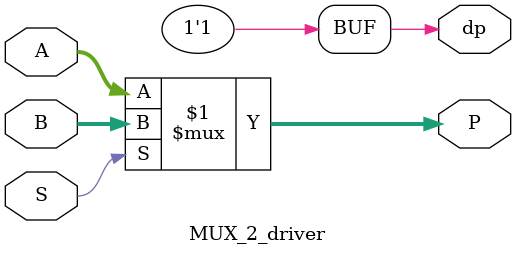
<source format=v>
`timescale 1ns / 1ps


module MUX_2_driver(
                    A,
                    
                    B,
                    
                    S,
                    
                    P,
                    
                    dp
                    
                    );
input [6:0] A,B;

input S;

output [6:0]P;

output dp;


assign P=(S?B:A);

assign dp=1'b1;


endmodule

</source>
